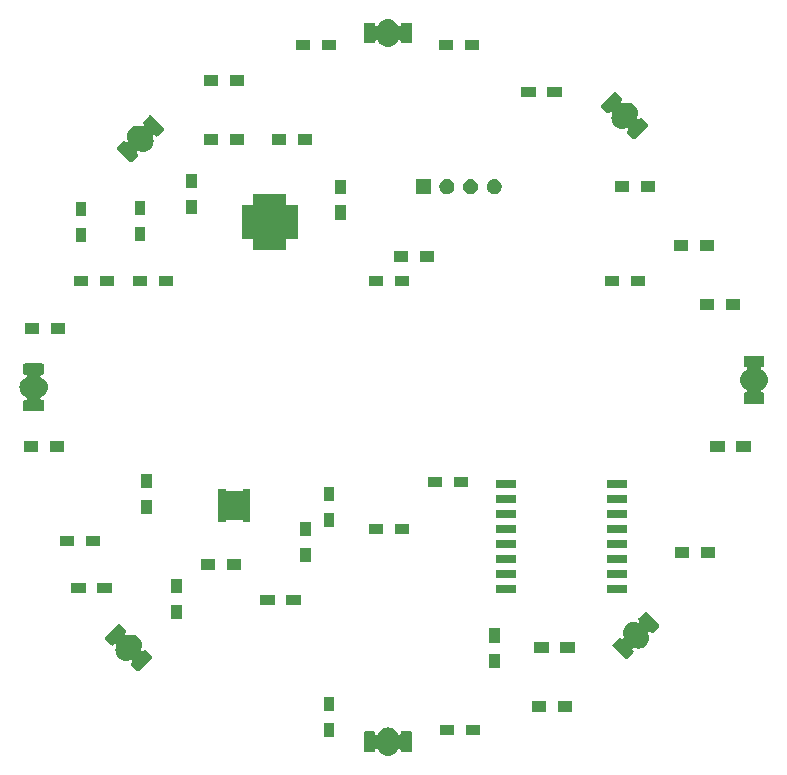
<source format=gbr>
G04 #@! TF.GenerationSoftware,KiCad,Pcbnew,(5.0.2)-1*
G04 #@! TF.CreationDate,2019-02-17T02:34:44-05:00*
G04 #@! TF.ProjectId,bikesenseCap,62696b65-7365-46e7-9365-4361702e6b69,REV B*
G04 #@! TF.SameCoordinates,Original*
G04 #@! TF.FileFunction,Soldermask,Top*
G04 #@! TF.FilePolarity,Negative*
%FSLAX46Y46*%
G04 Gerber Fmt 4.6, Leading zero omitted, Abs format (unit mm)*
G04 Created by KiCad (PCBNEW (5.0.2)-1) date 2/17/2019 2:34:44 AM*
%MOMM*%
%LPD*%
G01*
G04 APERTURE LIST*
%ADD10C,0.100000*%
G04 APERTURE END LIST*
D10*
G36*
X150176432Y-128813022D02*
X150346081Y-128864485D01*
X150502433Y-128948056D01*
X150639475Y-129060525D01*
X150751944Y-129197567D01*
X150839760Y-129361862D01*
X150853373Y-129382237D01*
X150870700Y-129399564D01*
X150891075Y-129413178D01*
X150913714Y-129422555D01*
X150937747Y-129427336D01*
X150962251Y-129427336D01*
X150986285Y-129422556D01*
X151008924Y-129413178D01*
X151029299Y-129399565D01*
X151046626Y-129382238D01*
X151060240Y-129361863D01*
X151069617Y-129339224D01*
X151074398Y-129315191D01*
X151075000Y-129302938D01*
X151075000Y-129246141D01*
X151077803Y-129217684D01*
X151084313Y-129196223D01*
X151094885Y-129176445D01*
X151109110Y-129159110D01*
X151126445Y-129144885D01*
X151146223Y-129134313D01*
X151167684Y-129127803D01*
X151196141Y-129125000D01*
X151903859Y-129125000D01*
X151932316Y-129127803D01*
X151953777Y-129134313D01*
X151973555Y-129144885D01*
X151990890Y-129159110D01*
X152005115Y-129176445D01*
X152015687Y-129196223D01*
X152022197Y-129217684D01*
X152025000Y-129246141D01*
X152025000Y-130753859D01*
X152022197Y-130782316D01*
X152015687Y-130803777D01*
X152005115Y-130823555D01*
X151990890Y-130840890D01*
X151973555Y-130855115D01*
X151953777Y-130865687D01*
X151932316Y-130872197D01*
X151903859Y-130875000D01*
X151196141Y-130875000D01*
X151167684Y-130872197D01*
X151146223Y-130865687D01*
X151126445Y-130855115D01*
X151109110Y-130840890D01*
X151094885Y-130823555D01*
X151084313Y-130803777D01*
X151077803Y-130782316D01*
X151075000Y-130753859D01*
X151075000Y-130697063D01*
X151072598Y-130672677D01*
X151065485Y-130649228D01*
X151053934Y-130627617D01*
X151038388Y-130608675D01*
X151019446Y-130593129D01*
X150997835Y-130581578D01*
X150974386Y-130574465D01*
X150950000Y-130572063D01*
X150925614Y-130574465D01*
X150902165Y-130581578D01*
X150880554Y-130593129D01*
X150861612Y-130608675D01*
X150846066Y-130627617D01*
X150839760Y-130638139D01*
X150751944Y-130802433D01*
X150639475Y-130939475D01*
X150502436Y-131051941D01*
X150346076Y-131135516D01*
X150176431Y-131186978D01*
X150000000Y-131204354D01*
X149823568Y-131186978D01*
X149653919Y-131135515D01*
X149497567Y-131051944D01*
X149360525Y-130939475D01*
X149248056Y-130802433D01*
X149160240Y-130638138D01*
X149146627Y-130617763D01*
X149129300Y-130600436D01*
X149108925Y-130586822D01*
X149086286Y-130577445D01*
X149062253Y-130572664D01*
X149037749Y-130572664D01*
X149013715Y-130577444D01*
X148991076Y-130586822D01*
X148970701Y-130600435D01*
X148953374Y-130617762D01*
X148939760Y-130638137D01*
X148930383Y-130660776D01*
X148925602Y-130684809D01*
X148925000Y-130697062D01*
X148925000Y-130753859D01*
X148922197Y-130782316D01*
X148915687Y-130803777D01*
X148905115Y-130823555D01*
X148890890Y-130840890D01*
X148873555Y-130855115D01*
X148853777Y-130865687D01*
X148832316Y-130872197D01*
X148803859Y-130875000D01*
X148096141Y-130875000D01*
X148067684Y-130872197D01*
X148046223Y-130865687D01*
X148026445Y-130855115D01*
X148009110Y-130840890D01*
X147994885Y-130823555D01*
X147984313Y-130803777D01*
X147977803Y-130782316D01*
X147975000Y-130753859D01*
X147975000Y-129246141D01*
X147977803Y-129217684D01*
X147984313Y-129196223D01*
X147994885Y-129176445D01*
X148009110Y-129159110D01*
X148026445Y-129144885D01*
X148046223Y-129134313D01*
X148067684Y-129127803D01*
X148096141Y-129125000D01*
X148803859Y-129125000D01*
X148832316Y-129127803D01*
X148853777Y-129134313D01*
X148873555Y-129144885D01*
X148890890Y-129159110D01*
X148905115Y-129176445D01*
X148915687Y-129196223D01*
X148922197Y-129217684D01*
X148925000Y-129246141D01*
X148925000Y-129302939D01*
X148927402Y-129327325D01*
X148934515Y-129350774D01*
X148946066Y-129372385D01*
X148961612Y-129391327D01*
X148980554Y-129406873D01*
X149002165Y-129418424D01*
X149025614Y-129425537D01*
X149050000Y-129427939D01*
X149074386Y-129425537D01*
X149097835Y-129418424D01*
X149119446Y-129406873D01*
X149138388Y-129391327D01*
X149153934Y-129372385D01*
X149160240Y-129361863D01*
X149248057Y-129197567D01*
X149360526Y-129060525D01*
X149497568Y-128948056D01*
X149653920Y-128864485D01*
X149823569Y-128813022D01*
X150000000Y-128795646D01*
X150176432Y-128813022D01*
X150176432Y-128813022D01*
G37*
G36*
X145450000Y-129600000D02*
X144550000Y-129600000D01*
X144550000Y-128400000D01*
X145450000Y-128400000D01*
X145450000Y-129600000D01*
X145450000Y-129600000D01*
G37*
G36*
X157800000Y-129450000D02*
X156600000Y-129450000D01*
X156600000Y-128550000D01*
X157800000Y-128550000D01*
X157800000Y-129450000D01*
X157800000Y-129450000D01*
G37*
G36*
X155600000Y-129450000D02*
X154400000Y-129450000D01*
X154400000Y-128550000D01*
X155600000Y-128550000D01*
X155600000Y-129450000D01*
X155600000Y-129450000D01*
G37*
G36*
X163400000Y-127450000D02*
X162200000Y-127450000D01*
X162200000Y-126550000D01*
X163400000Y-126550000D01*
X163400000Y-127450000D01*
X163400000Y-127450000D01*
G37*
G36*
X165600000Y-127450000D02*
X164400000Y-127450000D01*
X164400000Y-126550000D01*
X165600000Y-126550000D01*
X165600000Y-127450000D01*
X165600000Y-127450000D01*
G37*
G36*
X145450000Y-127400000D02*
X144550000Y-127400000D01*
X144550000Y-126200000D01*
X145450000Y-126200000D01*
X145450000Y-127400000D01*
X145450000Y-127400000D01*
G37*
G36*
X127254143Y-120044827D02*
X127275604Y-120051337D01*
X127295382Y-120061909D01*
X127317494Y-120080055D01*
X127817913Y-120580474D01*
X127836059Y-120602586D01*
X127846631Y-120622364D01*
X127853141Y-120643825D01*
X127855339Y-120666141D01*
X127853141Y-120688457D01*
X127846631Y-120709918D01*
X127836059Y-120729696D01*
X127817913Y-120751808D01*
X127777757Y-120791964D01*
X127762211Y-120810906D01*
X127750660Y-120832517D01*
X127743547Y-120855966D01*
X127741145Y-120880352D01*
X127743547Y-120904738D01*
X127750660Y-120928187D01*
X127762211Y-120949798D01*
X127777757Y-120968740D01*
X127796699Y-120984286D01*
X127818310Y-120995837D01*
X127841759Y-121002950D01*
X127866145Y-121005352D01*
X127890531Y-121002950D01*
X127902431Y-120999969D01*
X128080700Y-120945890D01*
X128257132Y-120928514D01*
X128433564Y-120945890D01*
X128603213Y-120997354D01*
X128759560Y-121080923D01*
X128759561Y-121080924D01*
X128759563Y-121080925D01*
X128787300Y-121103688D01*
X128896607Y-121193393D01*
X129009077Y-121330440D01*
X129092646Y-121486787D01*
X129144110Y-121656436D01*
X129161486Y-121832868D01*
X129144110Y-122009300D01*
X129090031Y-122187569D01*
X129085250Y-122211602D01*
X129085250Y-122236106D01*
X129090030Y-122260140D01*
X129099407Y-122282779D01*
X129113021Y-122303154D01*
X129130348Y-122320481D01*
X129150723Y-122334095D01*
X129173362Y-122343472D01*
X129197395Y-122348253D01*
X129221899Y-122348253D01*
X129245933Y-122343473D01*
X129268572Y-122334096D01*
X129288947Y-122320482D01*
X129298036Y-122312243D01*
X129338192Y-122272087D01*
X129360304Y-122253941D01*
X129380082Y-122243369D01*
X129401543Y-122236859D01*
X129423859Y-122234661D01*
X129446175Y-122236859D01*
X129467636Y-122243369D01*
X129487414Y-122253941D01*
X129509526Y-122272087D01*
X130009945Y-122772506D01*
X130028091Y-122794618D01*
X130038663Y-122814396D01*
X130045173Y-122835857D01*
X130047371Y-122858173D01*
X130045173Y-122880489D01*
X130038663Y-122901950D01*
X130028091Y-122921728D01*
X130009945Y-122943840D01*
X128943840Y-124009945D01*
X128921728Y-124028091D01*
X128901950Y-124038663D01*
X128880489Y-124045173D01*
X128858173Y-124047371D01*
X128835857Y-124045173D01*
X128814396Y-124038663D01*
X128794618Y-124028091D01*
X128772506Y-124009945D01*
X128272087Y-123509526D01*
X128253941Y-123487414D01*
X128243369Y-123467636D01*
X128236859Y-123446175D01*
X128234661Y-123423859D01*
X128236859Y-123401543D01*
X128243369Y-123380082D01*
X128253941Y-123360304D01*
X128272087Y-123338192D01*
X128312243Y-123298036D01*
X128327789Y-123279094D01*
X128339340Y-123257483D01*
X128346453Y-123234034D01*
X128348855Y-123209648D01*
X128346453Y-123185262D01*
X128339340Y-123161813D01*
X128327789Y-123140202D01*
X128312243Y-123121260D01*
X128293301Y-123105714D01*
X128271690Y-123094163D01*
X128248241Y-123087050D01*
X128223855Y-123084648D01*
X128199469Y-123087050D01*
X128187569Y-123090031D01*
X128009299Y-123144110D01*
X127832868Y-123161486D01*
X127656437Y-123144110D01*
X127486787Y-123092646D01*
X127330437Y-123009075D01*
X127193394Y-122896606D01*
X127080925Y-122759563D01*
X126997354Y-122603213D01*
X126945890Y-122433563D01*
X126928514Y-122257132D01*
X126945890Y-122080701D01*
X126999969Y-121902431D01*
X127004750Y-121878398D01*
X127004750Y-121853893D01*
X126999970Y-121829860D01*
X126990592Y-121807221D01*
X126976979Y-121786846D01*
X126959652Y-121769519D01*
X126939277Y-121755905D01*
X126916638Y-121746528D01*
X126892605Y-121741747D01*
X126868100Y-121741747D01*
X126844067Y-121746527D01*
X126821428Y-121755905D01*
X126801053Y-121769518D01*
X126791964Y-121777757D01*
X126751808Y-121817913D01*
X126729696Y-121836059D01*
X126709918Y-121846631D01*
X126688457Y-121853141D01*
X126666141Y-121855339D01*
X126643825Y-121853141D01*
X126622364Y-121846631D01*
X126602586Y-121836059D01*
X126580474Y-121817913D01*
X126080055Y-121317494D01*
X126061909Y-121295382D01*
X126051337Y-121275604D01*
X126044827Y-121254143D01*
X126042629Y-121231827D01*
X126044827Y-121209511D01*
X126051337Y-121188050D01*
X126061909Y-121168272D01*
X126080055Y-121146160D01*
X127146160Y-120080055D01*
X127168272Y-120061909D01*
X127188050Y-120051337D01*
X127209511Y-120044827D01*
X127231827Y-120042629D01*
X127254143Y-120044827D01*
X127254143Y-120044827D01*
G37*
G36*
X159450000Y-123800000D02*
X158550000Y-123800000D01*
X158550000Y-122600000D01*
X159450000Y-122600000D01*
X159450000Y-123800000D01*
X159450000Y-123800000D01*
G37*
G36*
X171835489Y-118999827D02*
X171856950Y-119006337D01*
X171876728Y-119016909D01*
X171898840Y-119035055D01*
X172964945Y-120101160D01*
X172983091Y-120123272D01*
X172993663Y-120143050D01*
X173000173Y-120164511D01*
X173002371Y-120186827D01*
X173000173Y-120209143D01*
X172993663Y-120230604D01*
X172983091Y-120250382D01*
X172964945Y-120272494D01*
X172464526Y-120772913D01*
X172442414Y-120791059D01*
X172422636Y-120801631D01*
X172401175Y-120808141D01*
X172378859Y-120810339D01*
X172356543Y-120808141D01*
X172335082Y-120801631D01*
X172315304Y-120791059D01*
X172293192Y-120772913D01*
X172253036Y-120732757D01*
X172234094Y-120717211D01*
X172212483Y-120705660D01*
X172189034Y-120698547D01*
X172164648Y-120696145D01*
X172140262Y-120698547D01*
X172116813Y-120705660D01*
X172095202Y-120717211D01*
X172076260Y-120732757D01*
X172060714Y-120751699D01*
X172049163Y-120773310D01*
X172042050Y-120796759D01*
X172039648Y-120821145D01*
X172042050Y-120845531D01*
X172045031Y-120857431D01*
X172099110Y-121035700D01*
X172116486Y-121212132D01*
X172099110Y-121388564D01*
X172047646Y-121558213D01*
X171964077Y-121714560D01*
X171851607Y-121851607D01*
X171742300Y-121941312D01*
X171714563Y-121964075D01*
X171714561Y-121964076D01*
X171714560Y-121964077D01*
X171558213Y-122047646D01*
X171388564Y-122099110D01*
X171212132Y-122116486D01*
X171035700Y-122099110D01*
X170857431Y-122045031D01*
X170833398Y-122040250D01*
X170808894Y-122040250D01*
X170784860Y-122045030D01*
X170762221Y-122054407D01*
X170741846Y-122068021D01*
X170724519Y-122085348D01*
X170710905Y-122105723D01*
X170701528Y-122128362D01*
X170696747Y-122152395D01*
X170696747Y-122176899D01*
X170701527Y-122200933D01*
X170710904Y-122223572D01*
X170724518Y-122243947D01*
X170732757Y-122253036D01*
X170772913Y-122293192D01*
X170791059Y-122315304D01*
X170801631Y-122335082D01*
X170808141Y-122356543D01*
X170810339Y-122378859D01*
X170808141Y-122401175D01*
X170801631Y-122422636D01*
X170791059Y-122442414D01*
X170772913Y-122464526D01*
X170272494Y-122964945D01*
X170250382Y-122983091D01*
X170230604Y-122993663D01*
X170209143Y-123000173D01*
X170186827Y-123002371D01*
X170164511Y-123000173D01*
X170143050Y-122993663D01*
X170123272Y-122983091D01*
X170101160Y-122964945D01*
X169035055Y-121898840D01*
X169016909Y-121876728D01*
X169006337Y-121856950D01*
X168999827Y-121835489D01*
X168997629Y-121813173D01*
X168999827Y-121790857D01*
X169006337Y-121769396D01*
X169016909Y-121749618D01*
X169035055Y-121727506D01*
X169535474Y-121227087D01*
X169557586Y-121208941D01*
X169577364Y-121198369D01*
X169598825Y-121191859D01*
X169621141Y-121189661D01*
X169643457Y-121191859D01*
X169664918Y-121198369D01*
X169684696Y-121208941D01*
X169706808Y-121227087D01*
X169746964Y-121267243D01*
X169765906Y-121282789D01*
X169787517Y-121294340D01*
X169810966Y-121301453D01*
X169835352Y-121303855D01*
X169859738Y-121301453D01*
X169883187Y-121294340D01*
X169904798Y-121282789D01*
X169923740Y-121267243D01*
X169939286Y-121248301D01*
X169950837Y-121226690D01*
X169957950Y-121203241D01*
X169960352Y-121178855D01*
X169957950Y-121154469D01*
X169954969Y-121142569D01*
X169900890Y-120964299D01*
X169883514Y-120787868D01*
X169900890Y-120611437D01*
X169952354Y-120441787D01*
X170035925Y-120285437D01*
X170148394Y-120148394D01*
X170285437Y-120035925D01*
X170441787Y-119952354D01*
X170611437Y-119900890D01*
X170787868Y-119883514D01*
X170964299Y-119900890D01*
X171142569Y-119954969D01*
X171166602Y-119959750D01*
X171191107Y-119959750D01*
X171215140Y-119954970D01*
X171237779Y-119945592D01*
X171258154Y-119931979D01*
X171275481Y-119914652D01*
X171289095Y-119894277D01*
X171298472Y-119871638D01*
X171303253Y-119847605D01*
X171303253Y-119823100D01*
X171298473Y-119799067D01*
X171289095Y-119776428D01*
X171275482Y-119756053D01*
X171267243Y-119746964D01*
X171227087Y-119706808D01*
X171208941Y-119684696D01*
X171198369Y-119664918D01*
X171191859Y-119643457D01*
X171189661Y-119621141D01*
X171191859Y-119598825D01*
X171198369Y-119577364D01*
X171208941Y-119557586D01*
X171227087Y-119535474D01*
X171727506Y-119035055D01*
X171749618Y-119016909D01*
X171769396Y-119006337D01*
X171790857Y-118999827D01*
X171813173Y-118997629D01*
X171835489Y-118999827D01*
X171835489Y-118999827D01*
G37*
G36*
X163600000Y-122450000D02*
X162400000Y-122450000D01*
X162400000Y-121550000D01*
X163600000Y-121550000D01*
X163600000Y-122450000D01*
X163600000Y-122450000D01*
G37*
G36*
X165800000Y-122450000D02*
X164600000Y-122450000D01*
X164600000Y-121550000D01*
X165800000Y-121550000D01*
X165800000Y-122450000D01*
X165800000Y-122450000D01*
G37*
G36*
X159450000Y-121600000D02*
X158550000Y-121600000D01*
X158550000Y-120400000D01*
X159450000Y-120400000D01*
X159450000Y-121600000D01*
X159450000Y-121600000D01*
G37*
G36*
X132530000Y-119640000D02*
X131630000Y-119640000D01*
X131630000Y-118440000D01*
X132530000Y-118440000D01*
X132530000Y-119640000D01*
X132530000Y-119640000D01*
G37*
G36*
X140400000Y-118450000D02*
X139200000Y-118450000D01*
X139200000Y-117550000D01*
X140400000Y-117550000D01*
X140400000Y-118450000D01*
X140400000Y-118450000D01*
G37*
G36*
X142600000Y-118450000D02*
X141400000Y-118450000D01*
X141400000Y-117550000D01*
X142600000Y-117550000D01*
X142600000Y-118450000D01*
X142600000Y-118450000D01*
G37*
G36*
X124400000Y-117450000D02*
X123200000Y-117450000D01*
X123200000Y-116550000D01*
X124400000Y-116550000D01*
X124400000Y-117450000D01*
X124400000Y-117450000D01*
G37*
G36*
X126600000Y-117450000D02*
X125400000Y-117450000D01*
X125400000Y-116550000D01*
X126600000Y-116550000D01*
X126600000Y-117450000D01*
X126600000Y-117450000D01*
G37*
G36*
X132530000Y-117440000D02*
X131630000Y-117440000D01*
X131630000Y-116240000D01*
X132530000Y-116240000D01*
X132530000Y-117440000D01*
X132530000Y-117440000D01*
G37*
G36*
X160850000Y-117430000D02*
X159150000Y-117430000D01*
X159150000Y-116730000D01*
X160850000Y-116730000D01*
X160850000Y-117430000D01*
X160850000Y-117430000D01*
G37*
G36*
X170230000Y-117430000D02*
X168530000Y-117430000D01*
X168530000Y-116730000D01*
X170230000Y-116730000D01*
X170230000Y-117430000D01*
X170230000Y-117430000D01*
G37*
G36*
X160850000Y-116160000D02*
X159150000Y-116160000D01*
X159150000Y-115460000D01*
X160850000Y-115460000D01*
X160850000Y-116160000D01*
X160850000Y-116160000D01*
G37*
G36*
X170230000Y-116160000D02*
X168530000Y-116160000D01*
X168530000Y-115460000D01*
X170230000Y-115460000D01*
X170230000Y-116160000D01*
X170230000Y-116160000D01*
G37*
G36*
X137600000Y-115450000D02*
X136400000Y-115450000D01*
X136400000Y-114550000D01*
X137600000Y-114550000D01*
X137600000Y-115450000D01*
X137600000Y-115450000D01*
G37*
G36*
X135400000Y-115450000D02*
X134200000Y-115450000D01*
X134200000Y-114550000D01*
X135400000Y-114550000D01*
X135400000Y-115450000D01*
X135400000Y-115450000D01*
G37*
G36*
X170230000Y-114890000D02*
X168530000Y-114890000D01*
X168530000Y-114190000D01*
X170230000Y-114190000D01*
X170230000Y-114890000D01*
X170230000Y-114890000D01*
G37*
G36*
X160850000Y-114890000D02*
X159150000Y-114890000D01*
X159150000Y-114190000D01*
X160850000Y-114190000D01*
X160850000Y-114890000D01*
X160850000Y-114890000D01*
G37*
G36*
X143450000Y-114800000D02*
X142550000Y-114800000D01*
X142550000Y-113600000D01*
X143450000Y-113600000D01*
X143450000Y-114800000D01*
X143450000Y-114800000D01*
G37*
G36*
X175500000Y-114450000D02*
X174300000Y-114450000D01*
X174300000Y-113550000D01*
X175500000Y-113550000D01*
X175500000Y-114450000D01*
X175500000Y-114450000D01*
G37*
G36*
X177700000Y-114450000D02*
X176500000Y-114450000D01*
X176500000Y-113550000D01*
X177700000Y-113550000D01*
X177700000Y-114450000D01*
X177700000Y-114450000D01*
G37*
G36*
X160850000Y-113620000D02*
X159150000Y-113620000D01*
X159150000Y-112920000D01*
X160850000Y-112920000D01*
X160850000Y-113620000D01*
X160850000Y-113620000D01*
G37*
G36*
X170230000Y-113620000D02*
X168530000Y-113620000D01*
X168530000Y-112920000D01*
X170230000Y-112920000D01*
X170230000Y-113620000D01*
X170230000Y-113620000D01*
G37*
G36*
X123400000Y-113450000D02*
X122200000Y-113450000D01*
X122200000Y-112550000D01*
X123400000Y-112550000D01*
X123400000Y-113450000D01*
X123400000Y-113450000D01*
G37*
G36*
X125600000Y-113450000D02*
X124400000Y-113450000D01*
X124400000Y-112550000D01*
X125600000Y-112550000D01*
X125600000Y-113450000D01*
X125600000Y-113450000D01*
G37*
G36*
X143450000Y-112600000D02*
X142550000Y-112600000D01*
X142550000Y-111400000D01*
X143450000Y-111400000D01*
X143450000Y-112600000D01*
X143450000Y-112600000D01*
G37*
G36*
X151800000Y-112450000D02*
X150600000Y-112450000D01*
X150600000Y-111550000D01*
X151800000Y-111550000D01*
X151800000Y-112450000D01*
X151800000Y-112450000D01*
G37*
G36*
X149600000Y-112450000D02*
X148400000Y-112450000D01*
X148400000Y-111550000D01*
X149600000Y-111550000D01*
X149600000Y-112450000D01*
X149600000Y-112450000D01*
G37*
G36*
X170230000Y-112350000D02*
X168530000Y-112350000D01*
X168530000Y-111650000D01*
X170230000Y-111650000D01*
X170230000Y-112350000D01*
X170230000Y-112350000D01*
G37*
G36*
X160850000Y-112350000D02*
X159150000Y-112350000D01*
X159150000Y-111650000D01*
X160850000Y-111650000D01*
X160850000Y-112350000D01*
X160850000Y-112350000D01*
G37*
G36*
X145450000Y-111800000D02*
X144550000Y-111800000D01*
X144550000Y-110600000D01*
X145450000Y-110600000D01*
X145450000Y-111800000D01*
X145450000Y-111800000D01*
G37*
G36*
X136250000Y-108675000D02*
X136252402Y-108699386D01*
X136259515Y-108722835D01*
X136271066Y-108744446D01*
X136286612Y-108763388D01*
X136305554Y-108778934D01*
X136327165Y-108790485D01*
X136350614Y-108797598D01*
X136375000Y-108800000D01*
X137625000Y-108800000D01*
X137649386Y-108797598D01*
X137672835Y-108790485D01*
X137694446Y-108778934D01*
X137713388Y-108763388D01*
X137728934Y-108744446D01*
X137740485Y-108722835D01*
X137747598Y-108699386D01*
X137750000Y-108675000D01*
X137750000Y-108600000D01*
X138350000Y-108600000D01*
X138350000Y-111400000D01*
X137750000Y-111400000D01*
X137750000Y-111325000D01*
X137747598Y-111300614D01*
X137740485Y-111277165D01*
X137728934Y-111255554D01*
X137713388Y-111236612D01*
X137694446Y-111221066D01*
X137672835Y-111209515D01*
X137649386Y-111202402D01*
X137625000Y-111200000D01*
X136375000Y-111200000D01*
X136350614Y-111202402D01*
X136327165Y-111209515D01*
X136305554Y-111221066D01*
X136286612Y-111236612D01*
X136271066Y-111255554D01*
X136259515Y-111277165D01*
X136252402Y-111300614D01*
X136250000Y-111325000D01*
X136250000Y-111400000D01*
X135650000Y-111400000D01*
X135650000Y-108600000D01*
X136250000Y-108600000D01*
X136250000Y-108675000D01*
X136250000Y-108675000D01*
G37*
G36*
X160850000Y-111080000D02*
X159150000Y-111080000D01*
X159150000Y-110380000D01*
X160850000Y-110380000D01*
X160850000Y-111080000D01*
X160850000Y-111080000D01*
G37*
G36*
X170230000Y-111080000D02*
X168530000Y-111080000D01*
X168530000Y-110380000D01*
X170230000Y-110380000D01*
X170230000Y-111080000D01*
X170230000Y-111080000D01*
G37*
G36*
X129990000Y-110750000D02*
X129090000Y-110750000D01*
X129090000Y-109550000D01*
X129990000Y-109550000D01*
X129990000Y-110750000D01*
X129990000Y-110750000D01*
G37*
G36*
X170230000Y-109810000D02*
X168530000Y-109810000D01*
X168530000Y-109110000D01*
X170230000Y-109110000D01*
X170230000Y-109810000D01*
X170230000Y-109810000D01*
G37*
G36*
X160850000Y-109810000D02*
X159150000Y-109810000D01*
X159150000Y-109110000D01*
X160850000Y-109110000D01*
X160850000Y-109810000D01*
X160850000Y-109810000D01*
G37*
G36*
X145450000Y-109600000D02*
X144550000Y-109600000D01*
X144550000Y-108400000D01*
X145450000Y-108400000D01*
X145450000Y-109600000D01*
X145450000Y-109600000D01*
G37*
G36*
X129990000Y-108550000D02*
X129090000Y-108550000D01*
X129090000Y-107350000D01*
X129990000Y-107350000D01*
X129990000Y-108550000D01*
X129990000Y-108550000D01*
G37*
G36*
X160850000Y-108540000D02*
X159150000Y-108540000D01*
X159150000Y-107840000D01*
X160850000Y-107840000D01*
X160850000Y-108540000D01*
X160850000Y-108540000D01*
G37*
G36*
X170230000Y-108540000D02*
X168530000Y-108540000D01*
X168530000Y-107840000D01*
X170230000Y-107840000D01*
X170230000Y-108540000D01*
X170230000Y-108540000D01*
G37*
G36*
X154600000Y-108450000D02*
X153400000Y-108450000D01*
X153400000Y-107550000D01*
X154600000Y-107550000D01*
X154600000Y-108450000D01*
X154600000Y-108450000D01*
G37*
G36*
X156800000Y-108450000D02*
X155600000Y-108450000D01*
X155600000Y-107550000D01*
X156800000Y-107550000D01*
X156800000Y-108450000D01*
X156800000Y-108450000D01*
G37*
G36*
X120400000Y-105450000D02*
X119200000Y-105450000D01*
X119200000Y-104550000D01*
X120400000Y-104550000D01*
X120400000Y-105450000D01*
X120400000Y-105450000D01*
G37*
G36*
X178500000Y-105450000D02*
X177300000Y-105450000D01*
X177300000Y-104550000D01*
X178500000Y-104550000D01*
X178500000Y-105450000D01*
X178500000Y-105450000D01*
G37*
G36*
X180700000Y-105450000D02*
X179500000Y-105450000D01*
X179500000Y-104550000D01*
X180700000Y-104550000D01*
X180700000Y-105450000D01*
X180700000Y-105450000D01*
G37*
G36*
X122600000Y-105450000D02*
X121400000Y-105450000D01*
X121400000Y-104550000D01*
X122600000Y-104550000D01*
X122600000Y-105450000D01*
X122600000Y-105450000D01*
G37*
G36*
X120782316Y-97977803D02*
X120803777Y-97984313D01*
X120823555Y-97994885D01*
X120840890Y-98009110D01*
X120855115Y-98026445D01*
X120865687Y-98046223D01*
X120872197Y-98067684D01*
X120875000Y-98096141D01*
X120875000Y-98803859D01*
X120872197Y-98832316D01*
X120865687Y-98853777D01*
X120855115Y-98873555D01*
X120840890Y-98890890D01*
X120823555Y-98905115D01*
X120803777Y-98915687D01*
X120782316Y-98922197D01*
X120753859Y-98925000D01*
X120697063Y-98925000D01*
X120672677Y-98927402D01*
X120649228Y-98934515D01*
X120627617Y-98946066D01*
X120608675Y-98961612D01*
X120593129Y-98980554D01*
X120581578Y-99002165D01*
X120574465Y-99025614D01*
X120572063Y-99050000D01*
X120574465Y-99074386D01*
X120581578Y-99097835D01*
X120593129Y-99119446D01*
X120608675Y-99138388D01*
X120627617Y-99153934D01*
X120638139Y-99160240D01*
X120802433Y-99248056D01*
X120939475Y-99360525D01*
X121051944Y-99497567D01*
X121135515Y-99653919D01*
X121186978Y-99823568D01*
X121204354Y-100000000D01*
X121186978Y-100176432D01*
X121135515Y-100346081D01*
X121051944Y-100502433D01*
X120939475Y-100639475D01*
X120802433Y-100751944D01*
X120638139Y-100839760D01*
X120617764Y-100853373D01*
X120600437Y-100870701D01*
X120586823Y-100891075D01*
X120577446Y-100913714D01*
X120572665Y-100937747D01*
X120572665Y-100962252D01*
X120577445Y-100986285D01*
X120586823Y-101008924D01*
X120600436Y-101029299D01*
X120617764Y-101046626D01*
X120638138Y-101060240D01*
X120660777Y-101069617D01*
X120684810Y-101074398D01*
X120697063Y-101075000D01*
X120753859Y-101075000D01*
X120782316Y-101077803D01*
X120803777Y-101084313D01*
X120823555Y-101094885D01*
X120840890Y-101109110D01*
X120855115Y-101126445D01*
X120865687Y-101146223D01*
X120872197Y-101167684D01*
X120875000Y-101196141D01*
X120875000Y-101903859D01*
X120872197Y-101932316D01*
X120865687Y-101953777D01*
X120855115Y-101973555D01*
X120840890Y-101990890D01*
X120823555Y-102005115D01*
X120803777Y-102015687D01*
X120782316Y-102022197D01*
X120753859Y-102025000D01*
X119246141Y-102025000D01*
X119217684Y-102022197D01*
X119196223Y-102015687D01*
X119176445Y-102005115D01*
X119159110Y-101990890D01*
X119144885Y-101973555D01*
X119134313Y-101953777D01*
X119127803Y-101932316D01*
X119125000Y-101903859D01*
X119125000Y-101196141D01*
X119127803Y-101167684D01*
X119134313Y-101146223D01*
X119144885Y-101126445D01*
X119159110Y-101109110D01*
X119176445Y-101094885D01*
X119196223Y-101084313D01*
X119217684Y-101077803D01*
X119246141Y-101075000D01*
X119302937Y-101075000D01*
X119327323Y-101072598D01*
X119350772Y-101065485D01*
X119372383Y-101053934D01*
X119391325Y-101038388D01*
X119406871Y-101019446D01*
X119418422Y-100997835D01*
X119425535Y-100974386D01*
X119427937Y-100950000D01*
X119425535Y-100925614D01*
X119418422Y-100902165D01*
X119406871Y-100880554D01*
X119391325Y-100861612D01*
X119372383Y-100846066D01*
X119361861Y-100839760D01*
X119197567Y-100751944D01*
X119060525Y-100639475D01*
X118948056Y-100502433D01*
X118864485Y-100346081D01*
X118813022Y-100176432D01*
X118795646Y-100000000D01*
X118813022Y-99823568D01*
X118864485Y-99653919D01*
X118948056Y-99497567D01*
X119060525Y-99360525D01*
X119197567Y-99248056D01*
X119361861Y-99160240D01*
X119382236Y-99146627D01*
X119399563Y-99129299D01*
X119413177Y-99108925D01*
X119422554Y-99086286D01*
X119427335Y-99062253D01*
X119427335Y-99037748D01*
X119422555Y-99013715D01*
X119413177Y-98991076D01*
X119399564Y-98970701D01*
X119382236Y-98953374D01*
X119361862Y-98939760D01*
X119339223Y-98930383D01*
X119315190Y-98925602D01*
X119302937Y-98925000D01*
X119246141Y-98925000D01*
X119217684Y-98922197D01*
X119196223Y-98915687D01*
X119176445Y-98905115D01*
X119159110Y-98890890D01*
X119144885Y-98873555D01*
X119134313Y-98853777D01*
X119127803Y-98832316D01*
X119125000Y-98803859D01*
X119125000Y-98096141D01*
X119127803Y-98067684D01*
X119134313Y-98046223D01*
X119144885Y-98026445D01*
X119159110Y-98009110D01*
X119176445Y-97994885D01*
X119196223Y-97984313D01*
X119217684Y-97977803D01*
X119246141Y-97975000D01*
X120753859Y-97975000D01*
X120782316Y-97977803D01*
X120782316Y-97977803D01*
G37*
G36*
X181782316Y-97327803D02*
X181803777Y-97334313D01*
X181823555Y-97344885D01*
X181840890Y-97359110D01*
X181855115Y-97376445D01*
X181865687Y-97396223D01*
X181872197Y-97417684D01*
X181875000Y-97446141D01*
X181875000Y-98153859D01*
X181872197Y-98182316D01*
X181865687Y-98203777D01*
X181855115Y-98223555D01*
X181840890Y-98240890D01*
X181823555Y-98255115D01*
X181803777Y-98265687D01*
X181782316Y-98272197D01*
X181753859Y-98275000D01*
X181697063Y-98275000D01*
X181672677Y-98277402D01*
X181649228Y-98284515D01*
X181627617Y-98296066D01*
X181608675Y-98311612D01*
X181593129Y-98330554D01*
X181581578Y-98352165D01*
X181574465Y-98375614D01*
X181572063Y-98400000D01*
X181574465Y-98424386D01*
X181581578Y-98447835D01*
X181593129Y-98469446D01*
X181608675Y-98488388D01*
X181627617Y-98503934D01*
X181638139Y-98510240D01*
X181802433Y-98598056D01*
X181939475Y-98710525D01*
X182051944Y-98847567D01*
X182135515Y-99003919D01*
X182186978Y-99173568D01*
X182204354Y-99350000D01*
X182186978Y-99526432D01*
X182135515Y-99696081D01*
X182051944Y-99852433D01*
X181939475Y-99989475D01*
X181802433Y-100101944D01*
X181638139Y-100189760D01*
X181617764Y-100203373D01*
X181600437Y-100220701D01*
X181586823Y-100241075D01*
X181577446Y-100263714D01*
X181572665Y-100287747D01*
X181572665Y-100312252D01*
X181577445Y-100336285D01*
X181586823Y-100358924D01*
X181600436Y-100379299D01*
X181617764Y-100396626D01*
X181638138Y-100410240D01*
X181660777Y-100419617D01*
X181684810Y-100424398D01*
X181697063Y-100425000D01*
X181753859Y-100425000D01*
X181782316Y-100427803D01*
X181803777Y-100434313D01*
X181823555Y-100444885D01*
X181840890Y-100459110D01*
X181855115Y-100476445D01*
X181865687Y-100496223D01*
X181872197Y-100517684D01*
X181875000Y-100546141D01*
X181875000Y-101253859D01*
X181872197Y-101282316D01*
X181865687Y-101303777D01*
X181855115Y-101323555D01*
X181840890Y-101340890D01*
X181823555Y-101355115D01*
X181803777Y-101365687D01*
X181782316Y-101372197D01*
X181753859Y-101375000D01*
X180246141Y-101375000D01*
X180217684Y-101372197D01*
X180196223Y-101365687D01*
X180176445Y-101355115D01*
X180159110Y-101340890D01*
X180144885Y-101323555D01*
X180134313Y-101303777D01*
X180127803Y-101282316D01*
X180125000Y-101253859D01*
X180125000Y-100546141D01*
X180127803Y-100517684D01*
X180134313Y-100496223D01*
X180144885Y-100476445D01*
X180159110Y-100459110D01*
X180176445Y-100444885D01*
X180196223Y-100434313D01*
X180217684Y-100427803D01*
X180246141Y-100425000D01*
X180302937Y-100425000D01*
X180327323Y-100422598D01*
X180350772Y-100415485D01*
X180372383Y-100403934D01*
X180391325Y-100388388D01*
X180406871Y-100369446D01*
X180418422Y-100347835D01*
X180425535Y-100324386D01*
X180427937Y-100300000D01*
X180425535Y-100275614D01*
X180418422Y-100252165D01*
X180406871Y-100230554D01*
X180391325Y-100211612D01*
X180372383Y-100196066D01*
X180361861Y-100189760D01*
X180197567Y-100101944D01*
X180060525Y-99989475D01*
X179948056Y-99852433D01*
X179864485Y-99696081D01*
X179813022Y-99526432D01*
X179795646Y-99350000D01*
X179813022Y-99173568D01*
X179864485Y-99003919D01*
X179948056Y-98847567D01*
X180060525Y-98710525D01*
X180197567Y-98598056D01*
X180361861Y-98510240D01*
X180382236Y-98496627D01*
X180399563Y-98479299D01*
X180413177Y-98458925D01*
X180422554Y-98436286D01*
X180427335Y-98412253D01*
X180427335Y-98387748D01*
X180422555Y-98363715D01*
X180413177Y-98341076D01*
X180399564Y-98320701D01*
X180382236Y-98303374D01*
X180361862Y-98289760D01*
X180339223Y-98280383D01*
X180315190Y-98275602D01*
X180302937Y-98275000D01*
X180246141Y-98275000D01*
X180217684Y-98272197D01*
X180196223Y-98265687D01*
X180176445Y-98255115D01*
X180159110Y-98240890D01*
X180144885Y-98223555D01*
X180134313Y-98203777D01*
X180127803Y-98182316D01*
X180125000Y-98153859D01*
X180125000Y-97446141D01*
X180127803Y-97417684D01*
X180134313Y-97396223D01*
X180144885Y-97376445D01*
X180159110Y-97359110D01*
X180176445Y-97344885D01*
X180196223Y-97334313D01*
X180217684Y-97327803D01*
X180246141Y-97325000D01*
X181753859Y-97325000D01*
X181782316Y-97327803D01*
X181782316Y-97327803D01*
G37*
G36*
X120500000Y-95450000D02*
X119300000Y-95450000D01*
X119300000Y-94550000D01*
X120500000Y-94550000D01*
X120500000Y-95450000D01*
X120500000Y-95450000D01*
G37*
G36*
X122700000Y-95450000D02*
X121500000Y-95450000D01*
X121500000Y-94550000D01*
X122700000Y-94550000D01*
X122700000Y-95450000D01*
X122700000Y-95450000D01*
G37*
G36*
X177600000Y-93450000D02*
X176400000Y-93450000D01*
X176400000Y-92550000D01*
X177600000Y-92550000D01*
X177600000Y-93450000D01*
X177600000Y-93450000D01*
G37*
G36*
X179800000Y-93450000D02*
X178600000Y-93450000D01*
X178600000Y-92550000D01*
X179800000Y-92550000D01*
X179800000Y-93450000D01*
X179800000Y-93450000D01*
G37*
G36*
X124600000Y-91450000D02*
X123400000Y-91450000D01*
X123400000Y-90550000D01*
X124600000Y-90550000D01*
X124600000Y-91450000D01*
X124600000Y-91450000D01*
G37*
G36*
X126800000Y-91450000D02*
X125600000Y-91450000D01*
X125600000Y-90550000D01*
X126800000Y-90550000D01*
X126800000Y-91450000D01*
X126800000Y-91450000D01*
G37*
G36*
X131800000Y-91450000D02*
X130600000Y-91450000D01*
X130600000Y-90550000D01*
X131800000Y-90550000D01*
X131800000Y-91450000D01*
X131800000Y-91450000D01*
G37*
G36*
X169600000Y-91450000D02*
X168400000Y-91450000D01*
X168400000Y-90550000D01*
X169600000Y-90550000D01*
X169600000Y-91450000D01*
X169600000Y-91450000D01*
G37*
G36*
X149600000Y-91450000D02*
X148400000Y-91450000D01*
X148400000Y-90550000D01*
X149600000Y-90550000D01*
X149600000Y-91450000D01*
X149600000Y-91450000D01*
G37*
G36*
X129600000Y-91450000D02*
X128400000Y-91450000D01*
X128400000Y-90550000D01*
X129600000Y-90550000D01*
X129600000Y-91450000D01*
X129600000Y-91450000D01*
G37*
G36*
X151800000Y-91450000D02*
X150600000Y-91450000D01*
X150600000Y-90550000D01*
X151800000Y-90550000D01*
X151800000Y-91450000D01*
X151800000Y-91450000D01*
G37*
G36*
X171800000Y-91450000D02*
X170600000Y-91450000D01*
X170600000Y-90550000D01*
X171800000Y-90550000D01*
X171800000Y-91450000D01*
X171800000Y-91450000D01*
G37*
G36*
X153930000Y-89350000D02*
X152730000Y-89350000D01*
X152730000Y-88450000D01*
X153930000Y-88450000D01*
X153930000Y-89350000D01*
X153930000Y-89350000D01*
G37*
G36*
X151730000Y-89350000D02*
X150530000Y-89350000D01*
X150530000Y-88450000D01*
X151730000Y-88450000D01*
X151730000Y-89350000D01*
X151730000Y-89350000D01*
G37*
G36*
X177600000Y-88450000D02*
X176400000Y-88450000D01*
X176400000Y-87550000D01*
X177600000Y-87550000D01*
X177600000Y-88450000D01*
X177600000Y-88450000D01*
G37*
G36*
X175400000Y-88450000D02*
X174200000Y-88450000D01*
X174200000Y-87550000D01*
X175400000Y-87550000D01*
X175400000Y-88450000D01*
X175400000Y-88450000D01*
G37*
G36*
X141400000Y-84475000D02*
X141402402Y-84499386D01*
X141409515Y-84522835D01*
X141421066Y-84544446D01*
X141436612Y-84563388D01*
X141455554Y-84578934D01*
X141477165Y-84590485D01*
X141500614Y-84597598D01*
X141525000Y-84600000D01*
X142375000Y-84600000D01*
X142375000Y-87400000D01*
X141525000Y-87400000D01*
X141500614Y-87402402D01*
X141477165Y-87409515D01*
X141455554Y-87421066D01*
X141436612Y-87436612D01*
X141421066Y-87455554D01*
X141409515Y-87477165D01*
X141402402Y-87500614D01*
X141400000Y-87525000D01*
X141400000Y-88375000D01*
X138600000Y-88375000D01*
X138600000Y-87525000D01*
X138597598Y-87500614D01*
X138590485Y-87477165D01*
X138578934Y-87455554D01*
X138563388Y-87436612D01*
X138544446Y-87421066D01*
X138522835Y-87409515D01*
X138499386Y-87402402D01*
X138475000Y-87400000D01*
X137625000Y-87400000D01*
X137625000Y-84600000D01*
X138475000Y-84600000D01*
X138499386Y-84597598D01*
X138522835Y-84590485D01*
X138544446Y-84578934D01*
X138563388Y-84563388D01*
X138578934Y-84544446D01*
X138590485Y-84522835D01*
X138597598Y-84499386D01*
X138600000Y-84475000D01*
X138600000Y-83625000D01*
X141400000Y-83625000D01*
X141400000Y-84475000D01*
X141400000Y-84475000D01*
G37*
G36*
X124450000Y-87700000D02*
X123550000Y-87700000D01*
X123550000Y-86500000D01*
X124450000Y-86500000D01*
X124450000Y-87700000D01*
X124450000Y-87700000D01*
G37*
G36*
X129450000Y-87600000D02*
X128550000Y-87600000D01*
X128550000Y-86400000D01*
X129450000Y-86400000D01*
X129450000Y-87600000D01*
X129450000Y-87600000D01*
G37*
G36*
X146450000Y-85800000D02*
X145550000Y-85800000D01*
X145550000Y-84600000D01*
X146450000Y-84600000D01*
X146450000Y-85800000D01*
X146450000Y-85800000D01*
G37*
G36*
X124450000Y-85500000D02*
X123550000Y-85500000D01*
X123550000Y-84300000D01*
X124450000Y-84300000D01*
X124450000Y-85500000D01*
X124450000Y-85500000D01*
G37*
G36*
X129450000Y-85400000D02*
X128550000Y-85400000D01*
X128550000Y-84200000D01*
X129450000Y-84200000D01*
X129450000Y-85400000D01*
X129450000Y-85400000D01*
G37*
G36*
X133800000Y-85350000D02*
X132900000Y-85350000D01*
X132900000Y-84150000D01*
X133800000Y-84150000D01*
X133800000Y-85350000D01*
X133800000Y-85350000D01*
G37*
G36*
X157183443Y-82389403D02*
X157299004Y-82437270D01*
X157403012Y-82506766D01*
X157491454Y-82595208D01*
X157560950Y-82699216D01*
X157608817Y-82814777D01*
X157633220Y-82937459D01*
X157633220Y-83062541D01*
X157608817Y-83185223D01*
X157560950Y-83300784D01*
X157491454Y-83404792D01*
X157403012Y-83493234D01*
X157299004Y-83562730D01*
X157209026Y-83600000D01*
X157183443Y-83610597D01*
X157060762Y-83635000D01*
X156935678Y-83635000D01*
X156812997Y-83610597D01*
X156787414Y-83600000D01*
X156697436Y-83562730D01*
X156593428Y-83493234D01*
X156504986Y-83404792D01*
X156435490Y-83300784D01*
X156387623Y-83185223D01*
X156363220Y-83062541D01*
X156363220Y-82937459D01*
X156387623Y-82814777D01*
X156435490Y-82699216D01*
X156504986Y-82595208D01*
X156593428Y-82506766D01*
X156697436Y-82437270D01*
X156812997Y-82389403D01*
X156935678Y-82365000D01*
X157060762Y-82365000D01*
X157183443Y-82389403D01*
X157183443Y-82389403D01*
G37*
G36*
X159184963Y-82389403D02*
X159300524Y-82437270D01*
X159404532Y-82506766D01*
X159492974Y-82595208D01*
X159562470Y-82699216D01*
X159610337Y-82814777D01*
X159634740Y-82937459D01*
X159634740Y-83062541D01*
X159610337Y-83185223D01*
X159562470Y-83300784D01*
X159492974Y-83404792D01*
X159404532Y-83493234D01*
X159300524Y-83562730D01*
X159210546Y-83600000D01*
X159184963Y-83610597D01*
X159062282Y-83635000D01*
X158937198Y-83635000D01*
X158814517Y-83610597D01*
X158788934Y-83600000D01*
X158698956Y-83562730D01*
X158594948Y-83493234D01*
X158506506Y-83404792D01*
X158437010Y-83300784D01*
X158389143Y-83185223D01*
X158364740Y-83062541D01*
X158364740Y-82937459D01*
X158389143Y-82814777D01*
X158437010Y-82699216D01*
X158506506Y-82595208D01*
X158594948Y-82506766D01*
X158698956Y-82437270D01*
X158814517Y-82389403D01*
X158937198Y-82365000D01*
X159062282Y-82365000D01*
X159184963Y-82389403D01*
X159184963Y-82389403D01*
G37*
G36*
X155187003Y-82389403D02*
X155302564Y-82437270D01*
X155406572Y-82506766D01*
X155495014Y-82595208D01*
X155564510Y-82699216D01*
X155612377Y-82814777D01*
X155636780Y-82937459D01*
X155636780Y-83062541D01*
X155612377Y-83185223D01*
X155564510Y-83300784D01*
X155495014Y-83404792D01*
X155406572Y-83493234D01*
X155302564Y-83562730D01*
X155212586Y-83600000D01*
X155187003Y-83610597D01*
X155064322Y-83635000D01*
X154939238Y-83635000D01*
X154816557Y-83610597D01*
X154790974Y-83600000D01*
X154700996Y-83562730D01*
X154596988Y-83493234D01*
X154508546Y-83404792D01*
X154439050Y-83300784D01*
X154391183Y-83185223D01*
X154366780Y-83062541D01*
X154366780Y-82937459D01*
X154391183Y-82814777D01*
X154439050Y-82699216D01*
X154508546Y-82595208D01*
X154596988Y-82506766D01*
X154700996Y-82437270D01*
X154816557Y-82389403D01*
X154939238Y-82365000D01*
X155064322Y-82365000D01*
X155187003Y-82389403D01*
X155187003Y-82389403D01*
G37*
G36*
X153635260Y-83635000D02*
X152365260Y-83635000D01*
X152365260Y-82365000D01*
X153635260Y-82365000D01*
X153635260Y-83635000D01*
X153635260Y-83635000D01*
G37*
G36*
X146450000Y-83600000D02*
X145550000Y-83600000D01*
X145550000Y-82400000D01*
X146450000Y-82400000D01*
X146450000Y-83600000D01*
X146450000Y-83600000D01*
G37*
G36*
X170400000Y-83450000D02*
X169200000Y-83450000D01*
X169200000Y-82550000D01*
X170400000Y-82550000D01*
X170400000Y-83450000D01*
X170400000Y-83450000D01*
G37*
G36*
X172600000Y-83450000D02*
X171400000Y-83450000D01*
X171400000Y-82550000D01*
X172600000Y-82550000D01*
X172600000Y-83450000D01*
X172600000Y-83450000D01*
G37*
G36*
X133800000Y-83150000D02*
X132900000Y-83150000D01*
X132900000Y-81950000D01*
X133800000Y-81950000D01*
X133800000Y-83150000D01*
X133800000Y-83150000D01*
G37*
G36*
X129880489Y-76954427D02*
X129901950Y-76960937D01*
X129921728Y-76971509D01*
X129943840Y-76989655D01*
X131009945Y-78055760D01*
X131028091Y-78077872D01*
X131038663Y-78097650D01*
X131045173Y-78119111D01*
X131047371Y-78141427D01*
X131045173Y-78163743D01*
X131038663Y-78185204D01*
X131028091Y-78204982D01*
X131009945Y-78227094D01*
X130509526Y-78727513D01*
X130487414Y-78745659D01*
X130467636Y-78756231D01*
X130446175Y-78762741D01*
X130423859Y-78764939D01*
X130401543Y-78762741D01*
X130380082Y-78756231D01*
X130360304Y-78745659D01*
X130338192Y-78727513D01*
X130298036Y-78687357D01*
X130279094Y-78671811D01*
X130257483Y-78660260D01*
X130234034Y-78653147D01*
X130209648Y-78650745D01*
X130185262Y-78653147D01*
X130161813Y-78660260D01*
X130140202Y-78671811D01*
X130121260Y-78687357D01*
X130105714Y-78706299D01*
X130094163Y-78727910D01*
X130087050Y-78751359D01*
X130084648Y-78775745D01*
X130087050Y-78800131D01*
X130090031Y-78812031D01*
X130144110Y-78990300D01*
X130161486Y-79166732D01*
X130144110Y-79343164D01*
X130092646Y-79512813D01*
X130009077Y-79669160D01*
X129896607Y-79806207D01*
X129787300Y-79895912D01*
X129759563Y-79918675D01*
X129759561Y-79918676D01*
X129759560Y-79918677D01*
X129603213Y-80002246D01*
X129433564Y-80053710D01*
X129257132Y-80071086D01*
X129080700Y-80053710D01*
X128902431Y-79999631D01*
X128878398Y-79994850D01*
X128853894Y-79994850D01*
X128829860Y-79999630D01*
X128807221Y-80009007D01*
X128786846Y-80022621D01*
X128769519Y-80039948D01*
X128755905Y-80060323D01*
X128746528Y-80082962D01*
X128741747Y-80106995D01*
X128741747Y-80131499D01*
X128746527Y-80155533D01*
X128755904Y-80178172D01*
X128769518Y-80198547D01*
X128777757Y-80207636D01*
X128817913Y-80247792D01*
X128836059Y-80269904D01*
X128846631Y-80289682D01*
X128853141Y-80311143D01*
X128855339Y-80333459D01*
X128853141Y-80355775D01*
X128846631Y-80377236D01*
X128836059Y-80397014D01*
X128817913Y-80419126D01*
X128317494Y-80919545D01*
X128295382Y-80937691D01*
X128275604Y-80948263D01*
X128254143Y-80954773D01*
X128231827Y-80956971D01*
X128209511Y-80954773D01*
X128188050Y-80948263D01*
X128168272Y-80937691D01*
X128146160Y-80919545D01*
X127080055Y-79853440D01*
X127061909Y-79831328D01*
X127051337Y-79811550D01*
X127044827Y-79790089D01*
X127042629Y-79767773D01*
X127044827Y-79745457D01*
X127051337Y-79723996D01*
X127061909Y-79704218D01*
X127080055Y-79682106D01*
X127580474Y-79181687D01*
X127602586Y-79163541D01*
X127622364Y-79152969D01*
X127643825Y-79146459D01*
X127666141Y-79144261D01*
X127688457Y-79146459D01*
X127709918Y-79152969D01*
X127729696Y-79163541D01*
X127751808Y-79181687D01*
X127791964Y-79221843D01*
X127810906Y-79237389D01*
X127832517Y-79248940D01*
X127855966Y-79256053D01*
X127880352Y-79258455D01*
X127904738Y-79256053D01*
X127928187Y-79248940D01*
X127949798Y-79237389D01*
X127968740Y-79221843D01*
X127984286Y-79202901D01*
X127995837Y-79181290D01*
X128002950Y-79157841D01*
X128005352Y-79133455D01*
X128002950Y-79109069D01*
X127999969Y-79097169D01*
X127945890Y-78918899D01*
X127928514Y-78742468D01*
X127945890Y-78566037D01*
X127997354Y-78396387D01*
X128080925Y-78240037D01*
X128193394Y-78102994D01*
X128330437Y-77990525D01*
X128486787Y-77906954D01*
X128656437Y-77855490D01*
X128832868Y-77838114D01*
X129009299Y-77855490D01*
X129187569Y-77909569D01*
X129211602Y-77914350D01*
X129236107Y-77914350D01*
X129260140Y-77909570D01*
X129282779Y-77900192D01*
X129303154Y-77886579D01*
X129320481Y-77869252D01*
X129334095Y-77848877D01*
X129343472Y-77826238D01*
X129348253Y-77802205D01*
X129348253Y-77777700D01*
X129343473Y-77753667D01*
X129334095Y-77731028D01*
X129320482Y-77710653D01*
X129312243Y-77701564D01*
X129272087Y-77661408D01*
X129253941Y-77639296D01*
X129243369Y-77619518D01*
X129236859Y-77598057D01*
X129234661Y-77575741D01*
X129236859Y-77553425D01*
X129243369Y-77531964D01*
X129253941Y-77512186D01*
X129272087Y-77490074D01*
X129772506Y-76989655D01*
X129794618Y-76971509D01*
X129814396Y-76960937D01*
X129835857Y-76954427D01*
X129858173Y-76952229D01*
X129880489Y-76954427D01*
X129880489Y-76954427D01*
G37*
G36*
X135600000Y-79450000D02*
X134400000Y-79450000D01*
X134400000Y-78550000D01*
X135600000Y-78550000D01*
X135600000Y-79450000D01*
X135600000Y-79450000D01*
G37*
G36*
X137800000Y-79450000D02*
X136600000Y-79450000D01*
X136600000Y-78550000D01*
X137800000Y-78550000D01*
X137800000Y-79450000D01*
X137800000Y-79450000D01*
G37*
G36*
X143600000Y-79450000D02*
X142400000Y-79450000D01*
X142400000Y-78550000D01*
X143600000Y-78550000D01*
X143600000Y-79450000D01*
X143600000Y-79450000D01*
G37*
G36*
X141400000Y-79450000D02*
X140200000Y-79450000D01*
X140200000Y-78550000D01*
X141400000Y-78550000D01*
X141400000Y-79450000D01*
X141400000Y-79450000D01*
G37*
G36*
X169254143Y-74999827D02*
X169275604Y-75006337D01*
X169295382Y-75016909D01*
X169317494Y-75035055D01*
X169817913Y-75535474D01*
X169836059Y-75557586D01*
X169846631Y-75577364D01*
X169853141Y-75598825D01*
X169855339Y-75621141D01*
X169853141Y-75643457D01*
X169846631Y-75664918D01*
X169836059Y-75684696D01*
X169817913Y-75706808D01*
X169777757Y-75746964D01*
X169762211Y-75765906D01*
X169750660Y-75787517D01*
X169743547Y-75810966D01*
X169741145Y-75835352D01*
X169743547Y-75859738D01*
X169750660Y-75883187D01*
X169762211Y-75904798D01*
X169777757Y-75923740D01*
X169796699Y-75939286D01*
X169818310Y-75950837D01*
X169841759Y-75957950D01*
X169866145Y-75960352D01*
X169890531Y-75957950D01*
X169902431Y-75954969D01*
X170080700Y-75900890D01*
X170257132Y-75883514D01*
X170433564Y-75900890D01*
X170603213Y-75952354D01*
X170759560Y-76035923D01*
X170759561Y-76035924D01*
X170759563Y-76035925D01*
X170787300Y-76058688D01*
X170896607Y-76148393D01*
X171009077Y-76285440D01*
X171092646Y-76441787D01*
X171144110Y-76611436D01*
X171161486Y-76787868D01*
X171144110Y-76964300D01*
X171090031Y-77142569D01*
X171085250Y-77166602D01*
X171085250Y-77191106D01*
X171090030Y-77215140D01*
X171099407Y-77237779D01*
X171113021Y-77258154D01*
X171130348Y-77275481D01*
X171150723Y-77289095D01*
X171173362Y-77298472D01*
X171197395Y-77303253D01*
X171221899Y-77303253D01*
X171245933Y-77298473D01*
X171268572Y-77289096D01*
X171288947Y-77275482D01*
X171298036Y-77267243D01*
X171338192Y-77227087D01*
X171360304Y-77208941D01*
X171380082Y-77198369D01*
X171401543Y-77191859D01*
X171423859Y-77189661D01*
X171446175Y-77191859D01*
X171467636Y-77198369D01*
X171487414Y-77208941D01*
X171509526Y-77227087D01*
X172009945Y-77727506D01*
X172028091Y-77749618D01*
X172038663Y-77769396D01*
X172045173Y-77790857D01*
X172047371Y-77813173D01*
X172045173Y-77835489D01*
X172038663Y-77856950D01*
X172028091Y-77876728D01*
X172009945Y-77898840D01*
X170943840Y-78964945D01*
X170921728Y-78983091D01*
X170901950Y-78993663D01*
X170880489Y-79000173D01*
X170858173Y-79002371D01*
X170835857Y-79000173D01*
X170814396Y-78993663D01*
X170794618Y-78983091D01*
X170772506Y-78964945D01*
X170272087Y-78464526D01*
X170253941Y-78442414D01*
X170243369Y-78422636D01*
X170236859Y-78401175D01*
X170234661Y-78378859D01*
X170236859Y-78356543D01*
X170243369Y-78335082D01*
X170253941Y-78315304D01*
X170272087Y-78293192D01*
X170312243Y-78253036D01*
X170327789Y-78234094D01*
X170339340Y-78212483D01*
X170346453Y-78189034D01*
X170348855Y-78164648D01*
X170346453Y-78140262D01*
X170339340Y-78116813D01*
X170327789Y-78095202D01*
X170312243Y-78076260D01*
X170293301Y-78060714D01*
X170271690Y-78049163D01*
X170248241Y-78042050D01*
X170223855Y-78039648D01*
X170199469Y-78042050D01*
X170187569Y-78045031D01*
X170009299Y-78099110D01*
X169832868Y-78116486D01*
X169656437Y-78099110D01*
X169486787Y-78047646D01*
X169330437Y-77964075D01*
X169193394Y-77851606D01*
X169080925Y-77714563D01*
X168997354Y-77558213D01*
X168945890Y-77388563D01*
X168928514Y-77212132D01*
X168945890Y-77035701D01*
X168999969Y-76857431D01*
X169004750Y-76833398D01*
X169004750Y-76808893D01*
X168999970Y-76784860D01*
X168990592Y-76762221D01*
X168976979Y-76741846D01*
X168959652Y-76724519D01*
X168939277Y-76710905D01*
X168916638Y-76701528D01*
X168892605Y-76696747D01*
X168868100Y-76696747D01*
X168844067Y-76701527D01*
X168821428Y-76710905D01*
X168801053Y-76724518D01*
X168791964Y-76732757D01*
X168751808Y-76772913D01*
X168729696Y-76791059D01*
X168709918Y-76801631D01*
X168688457Y-76808141D01*
X168666141Y-76810339D01*
X168643825Y-76808141D01*
X168622364Y-76801631D01*
X168602586Y-76791059D01*
X168580474Y-76772913D01*
X168080055Y-76272494D01*
X168061909Y-76250382D01*
X168051337Y-76230604D01*
X168044827Y-76209143D01*
X168042629Y-76186827D01*
X168044827Y-76164511D01*
X168051337Y-76143050D01*
X168061909Y-76123272D01*
X168080055Y-76101160D01*
X169146160Y-75035055D01*
X169168272Y-75016909D01*
X169188050Y-75006337D01*
X169209511Y-74999827D01*
X169231827Y-74997629D01*
X169254143Y-74999827D01*
X169254143Y-74999827D01*
G37*
G36*
X162500000Y-75450000D02*
X161300000Y-75450000D01*
X161300000Y-74550000D01*
X162500000Y-74550000D01*
X162500000Y-75450000D01*
X162500000Y-75450000D01*
G37*
G36*
X164700000Y-75450000D02*
X163500000Y-75450000D01*
X163500000Y-74550000D01*
X164700000Y-74550000D01*
X164700000Y-75450000D01*
X164700000Y-75450000D01*
G37*
G36*
X137800000Y-74450000D02*
X136600000Y-74450000D01*
X136600000Y-73550000D01*
X137800000Y-73550000D01*
X137800000Y-74450000D01*
X137800000Y-74450000D01*
G37*
G36*
X135600000Y-74450000D02*
X134400000Y-74450000D01*
X134400000Y-73550000D01*
X135600000Y-73550000D01*
X135600000Y-74450000D01*
X135600000Y-74450000D01*
G37*
G36*
X157700000Y-71450000D02*
X156500000Y-71450000D01*
X156500000Y-70550000D01*
X157700000Y-70550000D01*
X157700000Y-71450000D01*
X157700000Y-71450000D01*
G37*
G36*
X155500000Y-71450000D02*
X154300000Y-71450000D01*
X154300000Y-70550000D01*
X155500000Y-70550000D01*
X155500000Y-71450000D01*
X155500000Y-71450000D01*
G37*
G36*
X145600000Y-71450000D02*
X144400000Y-71450000D01*
X144400000Y-70550000D01*
X145600000Y-70550000D01*
X145600000Y-71450000D01*
X145600000Y-71450000D01*
G37*
G36*
X143400000Y-71450000D02*
X142200000Y-71450000D01*
X142200000Y-70550000D01*
X143400000Y-70550000D01*
X143400000Y-71450000D01*
X143400000Y-71450000D01*
G37*
G36*
X150176431Y-68813022D02*
X150346076Y-68864484D01*
X150502436Y-68948059D01*
X150639475Y-69060525D01*
X150751944Y-69197567D01*
X150839760Y-69361861D01*
X150853373Y-69382236D01*
X150870701Y-69399563D01*
X150891075Y-69413177D01*
X150913714Y-69422554D01*
X150937747Y-69427335D01*
X150962252Y-69427335D01*
X150986285Y-69422555D01*
X151008924Y-69413177D01*
X151029299Y-69399564D01*
X151046626Y-69382236D01*
X151060240Y-69361862D01*
X151069617Y-69339223D01*
X151074398Y-69315190D01*
X151075000Y-69302937D01*
X151075000Y-69246141D01*
X151077803Y-69217684D01*
X151084313Y-69196223D01*
X151094885Y-69176445D01*
X151109110Y-69159110D01*
X151126445Y-69144885D01*
X151146223Y-69134313D01*
X151167684Y-69127803D01*
X151196141Y-69125000D01*
X151903859Y-69125000D01*
X151932316Y-69127803D01*
X151953777Y-69134313D01*
X151973555Y-69144885D01*
X151990890Y-69159110D01*
X152005115Y-69176445D01*
X152015687Y-69196223D01*
X152022197Y-69217684D01*
X152025000Y-69246141D01*
X152025000Y-70753859D01*
X152022197Y-70782316D01*
X152015687Y-70803777D01*
X152005115Y-70823555D01*
X151990890Y-70840890D01*
X151973555Y-70855115D01*
X151953777Y-70865687D01*
X151932316Y-70872197D01*
X151903859Y-70875000D01*
X151196141Y-70875000D01*
X151167684Y-70872197D01*
X151146223Y-70865687D01*
X151126445Y-70855115D01*
X151109110Y-70840890D01*
X151094885Y-70823555D01*
X151084313Y-70803777D01*
X151077803Y-70782316D01*
X151075000Y-70753859D01*
X151075000Y-70697062D01*
X151072598Y-70672676D01*
X151065485Y-70649227D01*
X151053934Y-70627616D01*
X151038388Y-70608674D01*
X151019446Y-70593128D01*
X150997835Y-70581577D01*
X150974386Y-70574464D01*
X150950000Y-70572062D01*
X150925614Y-70574464D01*
X150902165Y-70581577D01*
X150880554Y-70593128D01*
X150861612Y-70608674D01*
X150846066Y-70627616D01*
X150839760Y-70638138D01*
X150751944Y-70802433D01*
X150639475Y-70939475D01*
X150502433Y-71051944D01*
X150346081Y-71135515D01*
X150176432Y-71186978D01*
X150000000Y-71204354D01*
X149823569Y-71186978D01*
X149653920Y-71135515D01*
X149497568Y-71051944D01*
X149360526Y-70939475D01*
X149248057Y-70802433D01*
X149160240Y-70638137D01*
X149146627Y-70617762D01*
X149129299Y-70600435D01*
X149108925Y-70586821D01*
X149086286Y-70577444D01*
X149062253Y-70572663D01*
X149037748Y-70572663D01*
X149013715Y-70577443D01*
X148991076Y-70586821D01*
X148970701Y-70600434D01*
X148953374Y-70617762D01*
X148939760Y-70638136D01*
X148930383Y-70660775D01*
X148925602Y-70684808D01*
X148925000Y-70697061D01*
X148925000Y-70753859D01*
X148922197Y-70782316D01*
X148915687Y-70803777D01*
X148905115Y-70823555D01*
X148890890Y-70840890D01*
X148873555Y-70855115D01*
X148853777Y-70865687D01*
X148832316Y-70872197D01*
X148803859Y-70875000D01*
X148096141Y-70875000D01*
X148067684Y-70872197D01*
X148046223Y-70865687D01*
X148026445Y-70855115D01*
X148009110Y-70840890D01*
X147994885Y-70823555D01*
X147984313Y-70803777D01*
X147977803Y-70782316D01*
X147975000Y-70753859D01*
X147975000Y-69246141D01*
X147977803Y-69217684D01*
X147984313Y-69196223D01*
X147994885Y-69176445D01*
X148009110Y-69159110D01*
X148026445Y-69144885D01*
X148046223Y-69134313D01*
X148067684Y-69127803D01*
X148096141Y-69125000D01*
X148803859Y-69125000D01*
X148832316Y-69127803D01*
X148853777Y-69134313D01*
X148873555Y-69144885D01*
X148890890Y-69159110D01*
X148905115Y-69176445D01*
X148915687Y-69196223D01*
X148922197Y-69217684D01*
X148925000Y-69246141D01*
X148925000Y-69302938D01*
X148927402Y-69327324D01*
X148934515Y-69350773D01*
X148946066Y-69372384D01*
X148961612Y-69391326D01*
X148980554Y-69406872D01*
X149002165Y-69418423D01*
X149025614Y-69425536D01*
X149050000Y-69427938D01*
X149074386Y-69425536D01*
X149097835Y-69418423D01*
X149119446Y-69406872D01*
X149138388Y-69391326D01*
X149153934Y-69372384D01*
X149160240Y-69361862D01*
X149248056Y-69197567D01*
X149360525Y-69060525D01*
X149497567Y-68948056D01*
X149653919Y-68864485D01*
X149823568Y-68813022D01*
X150000000Y-68795646D01*
X150176431Y-68813022D01*
X150176431Y-68813022D01*
G37*
M02*

</source>
